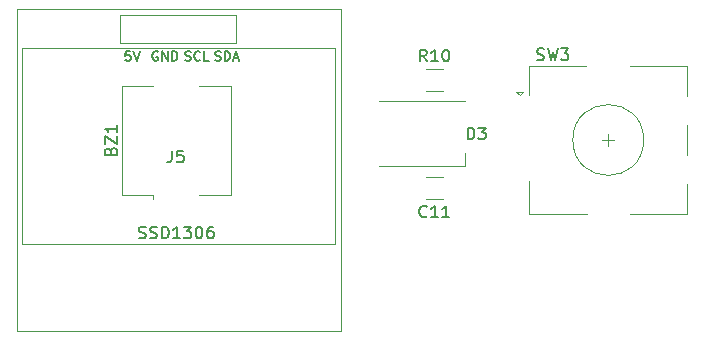
<source format=gbr>
%TF.GenerationSoftware,KiCad,Pcbnew,7.0.9-7.0.9~ubuntu22.04.1*%
%TF.CreationDate,2023-12-10T21:51:41+01:00*%
%TF.ProjectId,cat_scale,6361745f-7363-4616-9c65-2e6b69636164,rev?*%
%TF.SameCoordinates,Original*%
%TF.FileFunction,Legend,Top*%
%TF.FilePolarity,Positive*%
%FSLAX46Y46*%
G04 Gerber Fmt 4.6, Leading zero omitted, Abs format (unit mm)*
G04 Created by KiCad (PCBNEW 7.0.9-7.0.9~ubuntu22.04.1) date 2023-12-10 21:51:41*
%MOMM*%
%LPD*%
G01*
G04 APERTURE LIST*
%ADD10C,0.150000*%
%ADD11C,0.120000*%
G04 APERTURE END LIST*
D10*
X147012207Y-85492390D02*
X146936017Y-85454295D01*
X146936017Y-85454295D02*
X146821731Y-85454295D01*
X146821731Y-85454295D02*
X146707445Y-85492390D01*
X146707445Y-85492390D02*
X146631255Y-85568580D01*
X146631255Y-85568580D02*
X146593160Y-85644771D01*
X146593160Y-85644771D02*
X146555064Y-85797152D01*
X146555064Y-85797152D02*
X146555064Y-85911438D01*
X146555064Y-85911438D02*
X146593160Y-86063819D01*
X146593160Y-86063819D02*
X146631255Y-86140009D01*
X146631255Y-86140009D02*
X146707445Y-86216200D01*
X146707445Y-86216200D02*
X146821731Y-86254295D01*
X146821731Y-86254295D02*
X146897922Y-86254295D01*
X146897922Y-86254295D02*
X147012207Y-86216200D01*
X147012207Y-86216200D02*
X147050303Y-86178104D01*
X147050303Y-86178104D02*
X147050303Y-85911438D01*
X147050303Y-85911438D02*
X146897922Y-85911438D01*
X147393160Y-86254295D02*
X147393160Y-85454295D01*
X147393160Y-85454295D02*
X147850303Y-86254295D01*
X147850303Y-86254295D02*
X147850303Y-85454295D01*
X148231255Y-86254295D02*
X148231255Y-85454295D01*
X148231255Y-85454295D02*
X148421731Y-85454295D01*
X148421731Y-85454295D02*
X148536017Y-85492390D01*
X148536017Y-85492390D02*
X148612207Y-85568580D01*
X148612207Y-85568580D02*
X148650302Y-85644771D01*
X148650302Y-85644771D02*
X148688398Y-85797152D01*
X148688398Y-85797152D02*
X148688398Y-85911438D01*
X148688398Y-85911438D02*
X148650302Y-86063819D01*
X148650302Y-86063819D02*
X148612207Y-86140009D01*
X148612207Y-86140009D02*
X148536017Y-86216200D01*
X148536017Y-86216200D02*
X148421731Y-86254295D01*
X148421731Y-86254295D02*
X148231255Y-86254295D01*
X151889064Y-86216200D02*
X152003350Y-86254295D01*
X152003350Y-86254295D02*
X152193826Y-86254295D01*
X152193826Y-86254295D02*
X152270017Y-86216200D01*
X152270017Y-86216200D02*
X152308112Y-86178104D01*
X152308112Y-86178104D02*
X152346207Y-86101914D01*
X152346207Y-86101914D02*
X152346207Y-86025723D01*
X152346207Y-86025723D02*
X152308112Y-85949533D01*
X152308112Y-85949533D02*
X152270017Y-85911438D01*
X152270017Y-85911438D02*
X152193826Y-85873342D01*
X152193826Y-85873342D02*
X152041445Y-85835247D01*
X152041445Y-85835247D02*
X151965255Y-85797152D01*
X151965255Y-85797152D02*
X151927160Y-85759057D01*
X151927160Y-85759057D02*
X151889064Y-85682866D01*
X151889064Y-85682866D02*
X151889064Y-85606676D01*
X151889064Y-85606676D02*
X151927160Y-85530485D01*
X151927160Y-85530485D02*
X151965255Y-85492390D01*
X151965255Y-85492390D02*
X152041445Y-85454295D01*
X152041445Y-85454295D02*
X152231922Y-85454295D01*
X152231922Y-85454295D02*
X152346207Y-85492390D01*
X152689065Y-86254295D02*
X152689065Y-85454295D01*
X152689065Y-85454295D02*
X152879541Y-85454295D01*
X152879541Y-85454295D02*
X152993827Y-85492390D01*
X152993827Y-85492390D02*
X153070017Y-85568580D01*
X153070017Y-85568580D02*
X153108112Y-85644771D01*
X153108112Y-85644771D02*
X153146208Y-85797152D01*
X153146208Y-85797152D02*
X153146208Y-85911438D01*
X153146208Y-85911438D02*
X153108112Y-86063819D01*
X153108112Y-86063819D02*
X153070017Y-86140009D01*
X153070017Y-86140009D02*
X152993827Y-86216200D01*
X152993827Y-86216200D02*
X152879541Y-86254295D01*
X152879541Y-86254295D02*
X152689065Y-86254295D01*
X153450969Y-86025723D02*
X153831922Y-86025723D01*
X153374779Y-86254295D02*
X153641446Y-85454295D01*
X153641446Y-85454295D02*
X153908112Y-86254295D01*
X144688112Y-85454295D02*
X144307160Y-85454295D01*
X144307160Y-85454295D02*
X144269064Y-85835247D01*
X144269064Y-85835247D02*
X144307160Y-85797152D01*
X144307160Y-85797152D02*
X144383350Y-85759057D01*
X144383350Y-85759057D02*
X144573826Y-85759057D01*
X144573826Y-85759057D02*
X144650017Y-85797152D01*
X144650017Y-85797152D02*
X144688112Y-85835247D01*
X144688112Y-85835247D02*
X144726207Y-85911438D01*
X144726207Y-85911438D02*
X144726207Y-86101914D01*
X144726207Y-86101914D02*
X144688112Y-86178104D01*
X144688112Y-86178104D02*
X144650017Y-86216200D01*
X144650017Y-86216200D02*
X144573826Y-86254295D01*
X144573826Y-86254295D02*
X144383350Y-86254295D01*
X144383350Y-86254295D02*
X144307160Y-86216200D01*
X144307160Y-86216200D02*
X144269064Y-86178104D01*
X144954779Y-85454295D02*
X145221446Y-86254295D01*
X145221446Y-86254295D02*
X145488112Y-85454295D01*
X149349064Y-86216200D02*
X149463350Y-86254295D01*
X149463350Y-86254295D02*
X149653826Y-86254295D01*
X149653826Y-86254295D02*
X149730017Y-86216200D01*
X149730017Y-86216200D02*
X149768112Y-86178104D01*
X149768112Y-86178104D02*
X149806207Y-86101914D01*
X149806207Y-86101914D02*
X149806207Y-86025723D01*
X149806207Y-86025723D02*
X149768112Y-85949533D01*
X149768112Y-85949533D02*
X149730017Y-85911438D01*
X149730017Y-85911438D02*
X149653826Y-85873342D01*
X149653826Y-85873342D02*
X149501445Y-85835247D01*
X149501445Y-85835247D02*
X149425255Y-85797152D01*
X149425255Y-85797152D02*
X149387160Y-85759057D01*
X149387160Y-85759057D02*
X149349064Y-85682866D01*
X149349064Y-85682866D02*
X149349064Y-85606676D01*
X149349064Y-85606676D02*
X149387160Y-85530485D01*
X149387160Y-85530485D02*
X149425255Y-85492390D01*
X149425255Y-85492390D02*
X149501445Y-85454295D01*
X149501445Y-85454295D02*
X149691922Y-85454295D01*
X149691922Y-85454295D02*
X149806207Y-85492390D01*
X150606208Y-86178104D02*
X150568112Y-86216200D01*
X150568112Y-86216200D02*
X150453827Y-86254295D01*
X150453827Y-86254295D02*
X150377636Y-86254295D01*
X150377636Y-86254295D02*
X150263350Y-86216200D01*
X150263350Y-86216200D02*
X150187160Y-86140009D01*
X150187160Y-86140009D02*
X150149065Y-86063819D01*
X150149065Y-86063819D02*
X150110969Y-85911438D01*
X150110969Y-85911438D02*
X150110969Y-85797152D01*
X150110969Y-85797152D02*
X150149065Y-85644771D01*
X150149065Y-85644771D02*
X150187160Y-85568580D01*
X150187160Y-85568580D02*
X150263350Y-85492390D01*
X150263350Y-85492390D02*
X150377636Y-85454295D01*
X150377636Y-85454295D02*
X150453827Y-85454295D01*
X150453827Y-85454295D02*
X150568112Y-85492390D01*
X150568112Y-85492390D02*
X150606208Y-85530485D01*
X151330017Y-86254295D02*
X150949065Y-86254295D01*
X150949065Y-86254295D02*
X150949065Y-85454295D01*
X148210666Y-93862819D02*
X148210666Y-94577104D01*
X148210666Y-94577104D02*
X148163047Y-94719961D01*
X148163047Y-94719961D02*
X148067809Y-94815200D01*
X148067809Y-94815200D02*
X147924952Y-94862819D01*
X147924952Y-94862819D02*
X147829714Y-94862819D01*
X149163047Y-93862819D02*
X148686857Y-93862819D01*
X148686857Y-93862819D02*
X148639238Y-94339009D01*
X148639238Y-94339009D02*
X148686857Y-94291390D01*
X148686857Y-94291390D02*
X148782095Y-94243771D01*
X148782095Y-94243771D02*
X149020190Y-94243771D01*
X149020190Y-94243771D02*
X149115428Y-94291390D01*
X149115428Y-94291390D02*
X149163047Y-94339009D01*
X149163047Y-94339009D02*
X149210666Y-94434247D01*
X149210666Y-94434247D02*
X149210666Y-94672342D01*
X149210666Y-94672342D02*
X149163047Y-94767580D01*
X149163047Y-94767580D02*
X149115428Y-94815200D01*
X149115428Y-94815200D02*
X149020190Y-94862819D01*
X149020190Y-94862819D02*
X148782095Y-94862819D01*
X148782095Y-94862819D02*
X148686857Y-94815200D01*
X148686857Y-94815200D02*
X148639238Y-94767580D01*
X145423333Y-101245200D02*
X145566190Y-101292819D01*
X145566190Y-101292819D02*
X145804285Y-101292819D01*
X145804285Y-101292819D02*
X145899523Y-101245200D01*
X145899523Y-101245200D02*
X145947142Y-101197580D01*
X145947142Y-101197580D02*
X145994761Y-101102342D01*
X145994761Y-101102342D02*
X145994761Y-101007104D01*
X145994761Y-101007104D02*
X145947142Y-100911866D01*
X145947142Y-100911866D02*
X145899523Y-100864247D01*
X145899523Y-100864247D02*
X145804285Y-100816628D01*
X145804285Y-100816628D02*
X145613809Y-100769009D01*
X145613809Y-100769009D02*
X145518571Y-100721390D01*
X145518571Y-100721390D02*
X145470952Y-100673771D01*
X145470952Y-100673771D02*
X145423333Y-100578533D01*
X145423333Y-100578533D02*
X145423333Y-100483295D01*
X145423333Y-100483295D02*
X145470952Y-100388057D01*
X145470952Y-100388057D02*
X145518571Y-100340438D01*
X145518571Y-100340438D02*
X145613809Y-100292819D01*
X145613809Y-100292819D02*
X145851904Y-100292819D01*
X145851904Y-100292819D02*
X145994761Y-100340438D01*
X146375714Y-101245200D02*
X146518571Y-101292819D01*
X146518571Y-101292819D02*
X146756666Y-101292819D01*
X146756666Y-101292819D02*
X146851904Y-101245200D01*
X146851904Y-101245200D02*
X146899523Y-101197580D01*
X146899523Y-101197580D02*
X146947142Y-101102342D01*
X146947142Y-101102342D02*
X146947142Y-101007104D01*
X146947142Y-101007104D02*
X146899523Y-100911866D01*
X146899523Y-100911866D02*
X146851904Y-100864247D01*
X146851904Y-100864247D02*
X146756666Y-100816628D01*
X146756666Y-100816628D02*
X146566190Y-100769009D01*
X146566190Y-100769009D02*
X146470952Y-100721390D01*
X146470952Y-100721390D02*
X146423333Y-100673771D01*
X146423333Y-100673771D02*
X146375714Y-100578533D01*
X146375714Y-100578533D02*
X146375714Y-100483295D01*
X146375714Y-100483295D02*
X146423333Y-100388057D01*
X146423333Y-100388057D02*
X146470952Y-100340438D01*
X146470952Y-100340438D02*
X146566190Y-100292819D01*
X146566190Y-100292819D02*
X146804285Y-100292819D01*
X146804285Y-100292819D02*
X146947142Y-100340438D01*
X147375714Y-101292819D02*
X147375714Y-100292819D01*
X147375714Y-100292819D02*
X147613809Y-100292819D01*
X147613809Y-100292819D02*
X147756666Y-100340438D01*
X147756666Y-100340438D02*
X147851904Y-100435676D01*
X147851904Y-100435676D02*
X147899523Y-100530914D01*
X147899523Y-100530914D02*
X147947142Y-100721390D01*
X147947142Y-100721390D02*
X147947142Y-100864247D01*
X147947142Y-100864247D02*
X147899523Y-101054723D01*
X147899523Y-101054723D02*
X147851904Y-101149961D01*
X147851904Y-101149961D02*
X147756666Y-101245200D01*
X147756666Y-101245200D02*
X147613809Y-101292819D01*
X147613809Y-101292819D02*
X147375714Y-101292819D01*
X148899523Y-101292819D02*
X148328095Y-101292819D01*
X148613809Y-101292819D02*
X148613809Y-100292819D01*
X148613809Y-100292819D02*
X148518571Y-100435676D01*
X148518571Y-100435676D02*
X148423333Y-100530914D01*
X148423333Y-100530914D02*
X148328095Y-100578533D01*
X149232857Y-100292819D02*
X149851904Y-100292819D01*
X149851904Y-100292819D02*
X149518571Y-100673771D01*
X149518571Y-100673771D02*
X149661428Y-100673771D01*
X149661428Y-100673771D02*
X149756666Y-100721390D01*
X149756666Y-100721390D02*
X149804285Y-100769009D01*
X149804285Y-100769009D02*
X149851904Y-100864247D01*
X149851904Y-100864247D02*
X149851904Y-101102342D01*
X149851904Y-101102342D02*
X149804285Y-101197580D01*
X149804285Y-101197580D02*
X149756666Y-101245200D01*
X149756666Y-101245200D02*
X149661428Y-101292819D01*
X149661428Y-101292819D02*
X149375714Y-101292819D01*
X149375714Y-101292819D02*
X149280476Y-101245200D01*
X149280476Y-101245200D02*
X149232857Y-101197580D01*
X150470952Y-100292819D02*
X150566190Y-100292819D01*
X150566190Y-100292819D02*
X150661428Y-100340438D01*
X150661428Y-100340438D02*
X150709047Y-100388057D01*
X150709047Y-100388057D02*
X150756666Y-100483295D01*
X150756666Y-100483295D02*
X150804285Y-100673771D01*
X150804285Y-100673771D02*
X150804285Y-100911866D01*
X150804285Y-100911866D02*
X150756666Y-101102342D01*
X150756666Y-101102342D02*
X150709047Y-101197580D01*
X150709047Y-101197580D02*
X150661428Y-101245200D01*
X150661428Y-101245200D02*
X150566190Y-101292819D01*
X150566190Y-101292819D02*
X150470952Y-101292819D01*
X150470952Y-101292819D02*
X150375714Y-101245200D01*
X150375714Y-101245200D02*
X150328095Y-101197580D01*
X150328095Y-101197580D02*
X150280476Y-101102342D01*
X150280476Y-101102342D02*
X150232857Y-100911866D01*
X150232857Y-100911866D02*
X150232857Y-100673771D01*
X150232857Y-100673771D02*
X150280476Y-100483295D01*
X150280476Y-100483295D02*
X150328095Y-100388057D01*
X150328095Y-100388057D02*
X150375714Y-100340438D01*
X150375714Y-100340438D02*
X150470952Y-100292819D01*
X151661428Y-100292819D02*
X151470952Y-100292819D01*
X151470952Y-100292819D02*
X151375714Y-100340438D01*
X151375714Y-100340438D02*
X151328095Y-100388057D01*
X151328095Y-100388057D02*
X151232857Y-100530914D01*
X151232857Y-100530914D02*
X151185238Y-100721390D01*
X151185238Y-100721390D02*
X151185238Y-101102342D01*
X151185238Y-101102342D02*
X151232857Y-101197580D01*
X151232857Y-101197580D02*
X151280476Y-101245200D01*
X151280476Y-101245200D02*
X151375714Y-101292819D01*
X151375714Y-101292819D02*
X151566190Y-101292819D01*
X151566190Y-101292819D02*
X151661428Y-101245200D01*
X151661428Y-101245200D02*
X151709047Y-101197580D01*
X151709047Y-101197580D02*
X151756666Y-101102342D01*
X151756666Y-101102342D02*
X151756666Y-100864247D01*
X151756666Y-100864247D02*
X151709047Y-100769009D01*
X151709047Y-100769009D02*
X151661428Y-100721390D01*
X151661428Y-100721390D02*
X151566190Y-100673771D01*
X151566190Y-100673771D02*
X151375714Y-100673771D01*
X151375714Y-100673771D02*
X151280476Y-100721390D01*
X151280476Y-100721390D02*
X151232857Y-100769009D01*
X151232857Y-100769009D02*
X151185238Y-100864247D01*
X143021009Y-93876952D02*
X143068628Y-93734095D01*
X143068628Y-93734095D02*
X143116247Y-93686476D01*
X143116247Y-93686476D02*
X143211485Y-93638857D01*
X143211485Y-93638857D02*
X143354342Y-93638857D01*
X143354342Y-93638857D02*
X143449580Y-93686476D01*
X143449580Y-93686476D02*
X143497200Y-93734095D01*
X143497200Y-93734095D02*
X143544819Y-93829333D01*
X143544819Y-93829333D02*
X143544819Y-94210285D01*
X143544819Y-94210285D02*
X142544819Y-94210285D01*
X142544819Y-94210285D02*
X142544819Y-93876952D01*
X142544819Y-93876952D02*
X142592438Y-93781714D01*
X142592438Y-93781714D02*
X142640057Y-93734095D01*
X142640057Y-93734095D02*
X142735295Y-93686476D01*
X142735295Y-93686476D02*
X142830533Y-93686476D01*
X142830533Y-93686476D02*
X142925771Y-93734095D01*
X142925771Y-93734095D02*
X142973390Y-93781714D01*
X142973390Y-93781714D02*
X143021009Y-93876952D01*
X143021009Y-93876952D02*
X143021009Y-94210285D01*
X142544819Y-93305523D02*
X142544819Y-92638857D01*
X142544819Y-92638857D02*
X143544819Y-93305523D01*
X143544819Y-93305523D02*
X143544819Y-92638857D01*
X143544819Y-91734095D02*
X143544819Y-92305523D01*
X143544819Y-92019809D02*
X142544819Y-92019809D01*
X142544819Y-92019809D02*
X142687676Y-92115047D01*
X142687676Y-92115047D02*
X142782914Y-92210285D01*
X142782914Y-92210285D02*
X142830533Y-92305523D01*
X169791142Y-86306819D02*
X169457809Y-85830628D01*
X169219714Y-86306819D02*
X169219714Y-85306819D01*
X169219714Y-85306819D02*
X169600666Y-85306819D01*
X169600666Y-85306819D02*
X169695904Y-85354438D01*
X169695904Y-85354438D02*
X169743523Y-85402057D01*
X169743523Y-85402057D02*
X169791142Y-85497295D01*
X169791142Y-85497295D02*
X169791142Y-85640152D01*
X169791142Y-85640152D02*
X169743523Y-85735390D01*
X169743523Y-85735390D02*
X169695904Y-85783009D01*
X169695904Y-85783009D02*
X169600666Y-85830628D01*
X169600666Y-85830628D02*
X169219714Y-85830628D01*
X170743523Y-86306819D02*
X170172095Y-86306819D01*
X170457809Y-86306819D02*
X170457809Y-85306819D01*
X170457809Y-85306819D02*
X170362571Y-85449676D01*
X170362571Y-85449676D02*
X170267333Y-85544914D01*
X170267333Y-85544914D02*
X170172095Y-85592533D01*
X171362571Y-85306819D02*
X171457809Y-85306819D01*
X171457809Y-85306819D02*
X171553047Y-85354438D01*
X171553047Y-85354438D02*
X171600666Y-85402057D01*
X171600666Y-85402057D02*
X171648285Y-85497295D01*
X171648285Y-85497295D02*
X171695904Y-85687771D01*
X171695904Y-85687771D02*
X171695904Y-85925866D01*
X171695904Y-85925866D02*
X171648285Y-86116342D01*
X171648285Y-86116342D02*
X171600666Y-86211580D01*
X171600666Y-86211580D02*
X171553047Y-86259200D01*
X171553047Y-86259200D02*
X171457809Y-86306819D01*
X171457809Y-86306819D02*
X171362571Y-86306819D01*
X171362571Y-86306819D02*
X171267333Y-86259200D01*
X171267333Y-86259200D02*
X171219714Y-86211580D01*
X171219714Y-86211580D02*
X171172095Y-86116342D01*
X171172095Y-86116342D02*
X171124476Y-85925866D01*
X171124476Y-85925866D02*
X171124476Y-85687771D01*
X171124476Y-85687771D02*
X171172095Y-85497295D01*
X171172095Y-85497295D02*
X171219714Y-85402057D01*
X171219714Y-85402057D02*
X171267333Y-85354438D01*
X171267333Y-85354438D02*
X171362571Y-85306819D01*
X173251905Y-92910819D02*
X173251905Y-91910819D01*
X173251905Y-91910819D02*
X173490000Y-91910819D01*
X173490000Y-91910819D02*
X173632857Y-91958438D01*
X173632857Y-91958438D02*
X173728095Y-92053676D01*
X173728095Y-92053676D02*
X173775714Y-92148914D01*
X173775714Y-92148914D02*
X173823333Y-92339390D01*
X173823333Y-92339390D02*
X173823333Y-92482247D01*
X173823333Y-92482247D02*
X173775714Y-92672723D01*
X173775714Y-92672723D02*
X173728095Y-92767961D01*
X173728095Y-92767961D02*
X173632857Y-92863200D01*
X173632857Y-92863200D02*
X173490000Y-92910819D01*
X173490000Y-92910819D02*
X173251905Y-92910819D01*
X174156667Y-91910819D02*
X174775714Y-91910819D01*
X174775714Y-91910819D02*
X174442381Y-92291771D01*
X174442381Y-92291771D02*
X174585238Y-92291771D01*
X174585238Y-92291771D02*
X174680476Y-92339390D01*
X174680476Y-92339390D02*
X174728095Y-92387009D01*
X174728095Y-92387009D02*
X174775714Y-92482247D01*
X174775714Y-92482247D02*
X174775714Y-92720342D01*
X174775714Y-92720342D02*
X174728095Y-92815580D01*
X174728095Y-92815580D02*
X174680476Y-92863200D01*
X174680476Y-92863200D02*
X174585238Y-92910819D01*
X174585238Y-92910819D02*
X174299524Y-92910819D01*
X174299524Y-92910819D02*
X174204286Y-92863200D01*
X174204286Y-92863200D02*
X174156667Y-92815580D01*
X179128667Y-86171200D02*
X179271524Y-86218819D01*
X179271524Y-86218819D02*
X179509619Y-86218819D01*
X179509619Y-86218819D02*
X179604857Y-86171200D01*
X179604857Y-86171200D02*
X179652476Y-86123580D01*
X179652476Y-86123580D02*
X179700095Y-86028342D01*
X179700095Y-86028342D02*
X179700095Y-85933104D01*
X179700095Y-85933104D02*
X179652476Y-85837866D01*
X179652476Y-85837866D02*
X179604857Y-85790247D01*
X179604857Y-85790247D02*
X179509619Y-85742628D01*
X179509619Y-85742628D02*
X179319143Y-85695009D01*
X179319143Y-85695009D02*
X179223905Y-85647390D01*
X179223905Y-85647390D02*
X179176286Y-85599771D01*
X179176286Y-85599771D02*
X179128667Y-85504533D01*
X179128667Y-85504533D02*
X179128667Y-85409295D01*
X179128667Y-85409295D02*
X179176286Y-85314057D01*
X179176286Y-85314057D02*
X179223905Y-85266438D01*
X179223905Y-85266438D02*
X179319143Y-85218819D01*
X179319143Y-85218819D02*
X179557238Y-85218819D01*
X179557238Y-85218819D02*
X179700095Y-85266438D01*
X180033429Y-85218819D02*
X180271524Y-86218819D01*
X180271524Y-86218819D02*
X180462000Y-85504533D01*
X180462000Y-85504533D02*
X180652476Y-86218819D01*
X180652476Y-86218819D02*
X180890572Y-85218819D01*
X181176286Y-85218819D02*
X181795333Y-85218819D01*
X181795333Y-85218819D02*
X181462000Y-85599771D01*
X181462000Y-85599771D02*
X181604857Y-85599771D01*
X181604857Y-85599771D02*
X181700095Y-85647390D01*
X181700095Y-85647390D02*
X181747714Y-85695009D01*
X181747714Y-85695009D02*
X181795333Y-85790247D01*
X181795333Y-85790247D02*
X181795333Y-86028342D01*
X181795333Y-86028342D02*
X181747714Y-86123580D01*
X181747714Y-86123580D02*
X181700095Y-86171200D01*
X181700095Y-86171200D02*
X181604857Y-86218819D01*
X181604857Y-86218819D02*
X181319143Y-86218819D01*
X181319143Y-86218819D02*
X181223905Y-86171200D01*
X181223905Y-86171200D02*
X181176286Y-86123580D01*
X169791142Y-99419580D02*
X169743523Y-99467200D01*
X169743523Y-99467200D02*
X169600666Y-99514819D01*
X169600666Y-99514819D02*
X169505428Y-99514819D01*
X169505428Y-99514819D02*
X169362571Y-99467200D01*
X169362571Y-99467200D02*
X169267333Y-99371961D01*
X169267333Y-99371961D02*
X169219714Y-99276723D01*
X169219714Y-99276723D02*
X169172095Y-99086247D01*
X169172095Y-99086247D02*
X169172095Y-98943390D01*
X169172095Y-98943390D02*
X169219714Y-98752914D01*
X169219714Y-98752914D02*
X169267333Y-98657676D01*
X169267333Y-98657676D02*
X169362571Y-98562438D01*
X169362571Y-98562438D02*
X169505428Y-98514819D01*
X169505428Y-98514819D02*
X169600666Y-98514819D01*
X169600666Y-98514819D02*
X169743523Y-98562438D01*
X169743523Y-98562438D02*
X169791142Y-98610057D01*
X170743523Y-99514819D02*
X170172095Y-99514819D01*
X170457809Y-99514819D02*
X170457809Y-98514819D01*
X170457809Y-98514819D02*
X170362571Y-98657676D01*
X170362571Y-98657676D02*
X170267333Y-98752914D01*
X170267333Y-98752914D02*
X170172095Y-98800533D01*
X171695904Y-99514819D02*
X171124476Y-99514819D01*
X171410190Y-99514819D02*
X171410190Y-98514819D01*
X171410190Y-98514819D02*
X171314952Y-98657676D01*
X171314952Y-98657676D02*
X171219714Y-98752914D01*
X171219714Y-98752914D02*
X171124476Y-98800533D01*
D11*
%TO.C,J5*%
X135144000Y-81854000D02*
X162544000Y-81854000D01*
X135144000Y-109154000D02*
X135144000Y-81854000D01*
X135566000Y-85149000D02*
X158666000Y-85149000D01*
X135566000Y-101749000D02*
X135566000Y-85149000D01*
X143845000Y-82343000D02*
X143845000Y-84756000D01*
X143845000Y-82343000D02*
X153624000Y-82343000D01*
X153624000Y-82343000D02*
X153624000Y-84756000D01*
X153624000Y-84756000D02*
X143845000Y-84756000D01*
X158666000Y-85149000D02*
X161752000Y-85149000D01*
X158666000Y-101749000D02*
X135566000Y-101749000D01*
X158666000Y-101749000D02*
X162006000Y-101774000D01*
X162006000Y-85137000D02*
X161752000Y-85149000D01*
X162006000Y-101774000D02*
X162006000Y-85137000D01*
X162544000Y-81854000D02*
X162544000Y-109154000D01*
X162544000Y-109154000D02*
X135144000Y-109154000D01*
%TO.C,BZ1*%
X143980000Y-97606000D02*
X143980000Y-88386000D01*
X146630000Y-97606000D02*
X146630000Y-97936000D01*
X146630000Y-97606000D02*
X143980000Y-97606000D01*
X153200000Y-97606000D02*
X150550000Y-97606000D01*
X143980000Y-88386000D02*
X146630000Y-88386000D01*
X150550000Y-88386000D02*
X153200000Y-88386000D01*
X153200000Y-88386000D02*
X153200000Y-97606000D01*
%TO.C,R10*%
X171161064Y-88794000D02*
X169706936Y-88794000D01*
X171161064Y-86974000D02*
X169706936Y-86974000D01*
%TO.C,D3*%
X165768000Y-89706000D02*
X173068000Y-89706000D01*
X165768000Y-95206000D02*
X173068000Y-95206000D01*
X173068000Y-95206000D02*
X173068000Y-94056000D01*
%TO.C,SW3*%
X177362000Y-88864000D02*
X177962000Y-88864000D01*
X177662000Y-89164000D02*
X177362000Y-88864000D01*
X177962000Y-88864000D02*
X177662000Y-89164000D01*
X178462000Y-86664000D02*
X178462000Y-89164000D01*
X178462000Y-99264000D02*
X178462000Y-96464000D01*
X183262000Y-86664000D02*
X178462000Y-86664000D01*
X183362000Y-99264000D02*
X178462000Y-99264000D01*
X184662000Y-92964000D02*
X185662000Y-92964000D01*
X185162000Y-92464000D02*
X185162000Y-93464000D01*
X186962000Y-86664000D02*
X191862000Y-86664000D01*
X191862000Y-86664000D02*
X191862000Y-89264000D01*
X191862000Y-91664000D02*
X191862000Y-94264000D01*
X191862000Y-96664000D02*
X191862000Y-99264000D01*
X191862000Y-99264000D02*
X186962000Y-99264000D01*
X188162000Y-92964000D02*
G75*
G03*
X188162000Y-92964000I-3000000J0D01*
G01*
%TO.C,C11*%
X169722748Y-96118000D02*
X171145252Y-96118000D01*
X169722748Y-97938000D02*
X171145252Y-97938000D01*
%TD*%
M02*

</source>
